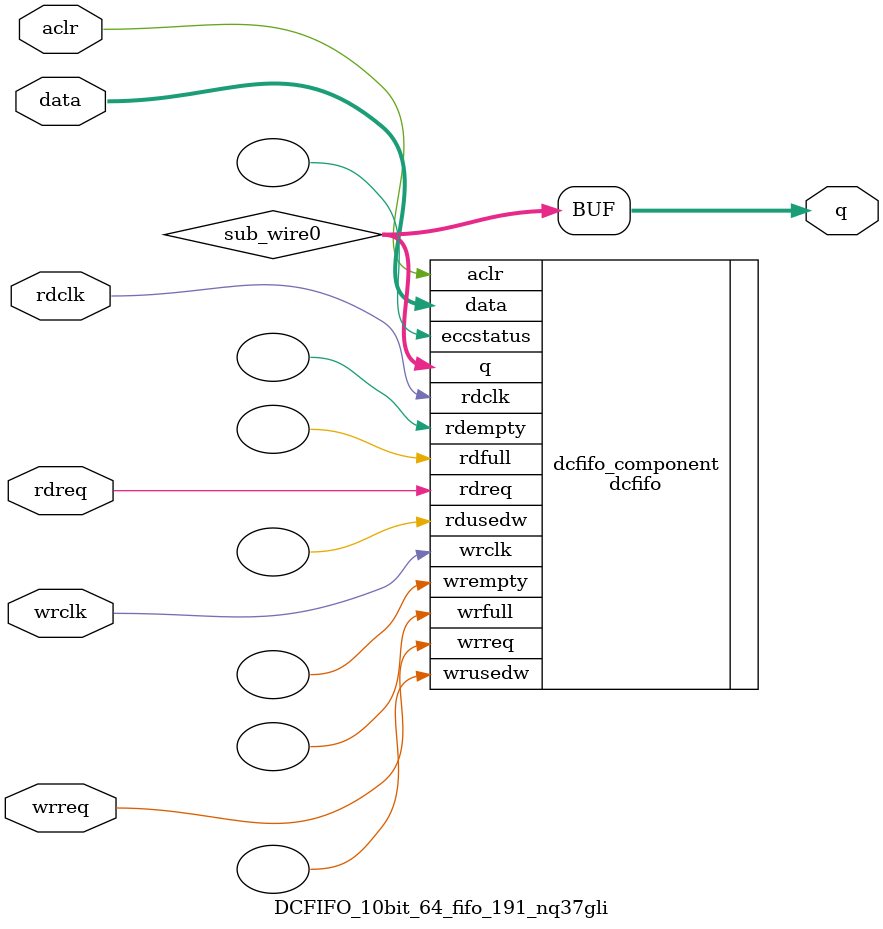
<source format=v>



`timescale 1 ps / 1 ps
// synopsys translate_on
module  DCFIFO_10bit_64_fifo_191_nq37gli  (
    aclr,
    data,
    rdclk,
    rdreq,
    wrclk,
    wrreq,
    q);

    input    aclr;
    input  [9:0]  data;
    input    rdclk;
    input    rdreq;
    input    wrclk;
    input    wrreq;
    output [9:0]  q;
`ifndef ALTERA_RESERVED_QIS
// synopsys translate_off
`endif
    tri0     aclr;
`ifndef ALTERA_RESERVED_QIS
// synopsys translate_on
`endif

    wire [9:0] sub_wire0;
    wire [9:0] q = sub_wire0[9:0];

    dcfifo  dcfifo_component (
                .aclr (aclr),
                .data (data),
                .rdclk (rdclk),
                .rdreq (rdreq),
                .wrclk (wrclk),
                .wrreq (wrreq),
                .q (sub_wire0),
                .eccstatus (),
                .rdempty (),
                .rdfull (),
                .rdusedw (),
                .wrempty (),
                .wrfull (),
                .wrusedw ());
    defparam
        dcfifo_component.enable_ecc  = "FALSE",
        dcfifo_component.intended_device_family  = "Arria 10",
        dcfifo_component.lpm_hint  = "DISABLE_DCFIFO_EMBEDDED_TIMING_CONSTRAINT=TRUE",
        dcfifo_component.lpm_numwords  = 64,
        dcfifo_component.lpm_showahead  = "OFF",
        dcfifo_component.lpm_type  = "dcfifo",
        dcfifo_component.lpm_width  = 10,
        dcfifo_component.lpm_widthu  = 6,
        dcfifo_component.overflow_checking  = "ON",
        dcfifo_component.rdsync_delaypipe  = 4,
        dcfifo_component.read_aclr_synch  = "OFF",
        dcfifo_component.underflow_checking  = "ON",
        dcfifo_component.use_eab  = "ON",
        dcfifo_component.write_aclr_synch  = "OFF",
        dcfifo_component.wrsync_delaypipe  = 4;


endmodule



</source>
